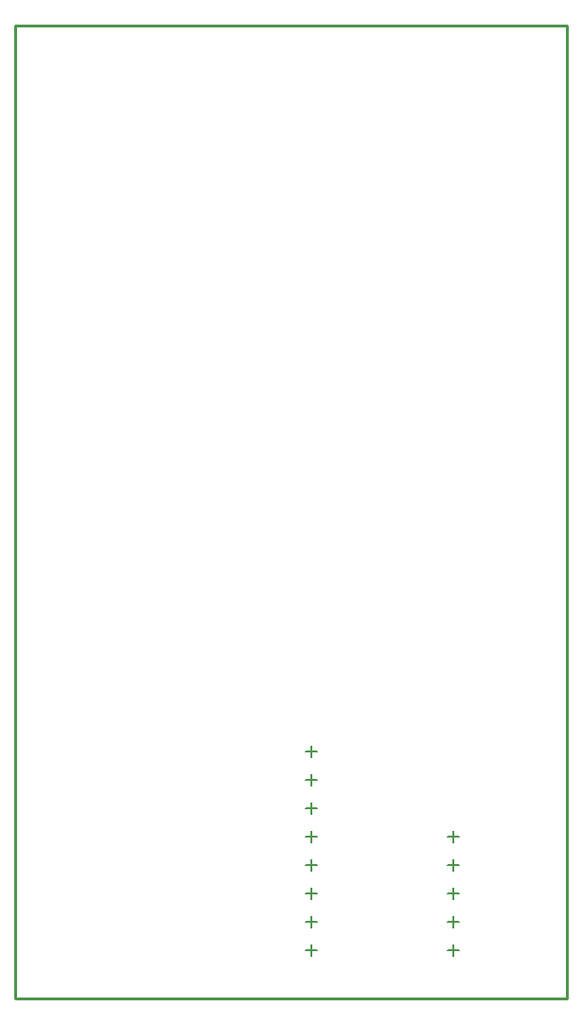
<source format=gko>
G04 Layer: BoardOutlineLayer*
G04 EasyEDA v6.5.42, 2024-03-11 14:09:06*
G04 b8cecfdee2c84d74be12d37f40f4119a,807727dff0ce494184415f470db24245,10*
G04 Gerber Generator version 0.2*
G04 Scale: 100 percent, Rotated: No, Reflected: No *
G04 Dimensions in millimeters *
G04 leading zeros omitted , absolute positions ,4 integer and 5 decimal *
%FSLAX45Y45*%
%MOMM*%

%ADD10C,0.2540*%
%ADD11C,0.1270*%
D10*
X166626Y8741661D02*
G01*
X5105400Y8741661D01*
X5105400Y41653D01*
X166626Y41653D01*
X166626Y8741661D01*
D11*
X2768600Y1231900D02*
G01*
X2870200Y1231900D01*
X2819400Y1181100D02*
G01*
X2819400Y1282700D01*
X2768600Y723900D02*
G01*
X2870200Y723900D01*
X2819400Y673100D02*
G01*
X2819400Y774700D01*
X4038600Y723900D02*
G01*
X4140200Y723900D01*
X4089400Y673100D02*
G01*
X4089400Y774700D01*
X4038600Y469900D02*
G01*
X4140200Y469900D01*
X4089400Y419100D02*
G01*
X4089400Y520700D01*
X4038600Y977900D02*
G01*
X4140200Y977900D01*
X4089400Y927100D02*
G01*
X4089400Y1028700D01*
X4038600Y1231900D02*
G01*
X4140200Y1231900D01*
X4089400Y1181100D02*
G01*
X4089400Y1282700D01*
X4038600Y1485900D02*
G01*
X4140200Y1485900D01*
X4089400Y1435100D02*
G01*
X4089400Y1536700D01*
X2768600Y1485900D02*
G01*
X2870200Y1485900D01*
X2819400Y1435100D02*
G01*
X2819400Y1536700D01*
X2768600Y977900D02*
G01*
X2870200Y977900D01*
X2819400Y927100D02*
G01*
X2819400Y1028700D01*
X2768600Y469900D02*
G01*
X2870200Y469900D01*
X2819400Y419100D02*
G01*
X2819400Y520700D01*
X2768600Y1739900D02*
G01*
X2870200Y1739900D01*
X2819400Y1689100D02*
G01*
X2819400Y1790700D01*
X2768600Y1993900D02*
G01*
X2870200Y1993900D01*
X2819400Y1943100D02*
G01*
X2819400Y2044700D01*
X2768600Y2247900D02*
G01*
X2870200Y2247900D01*
X2819400Y2197100D02*
G01*
X2819400Y2298700D01*

%LPD*%
M02*

</source>
